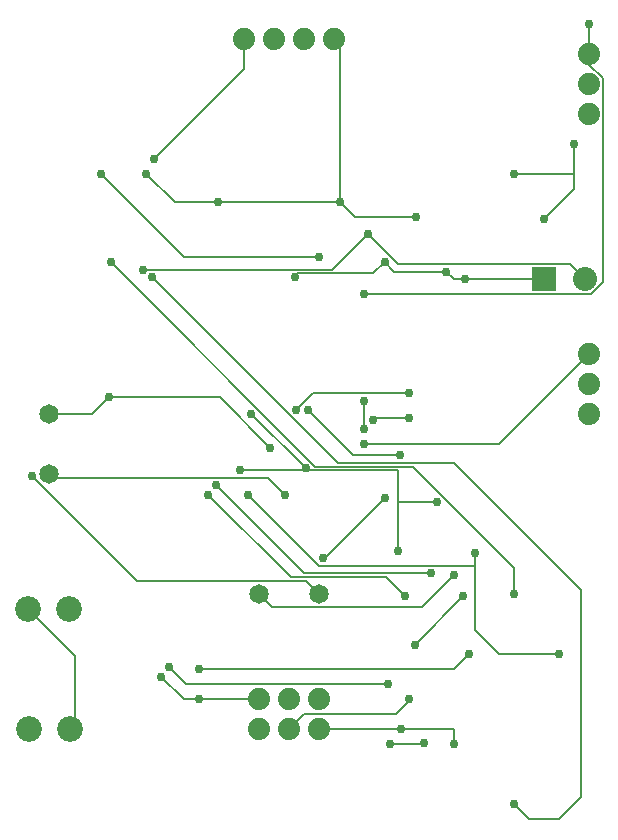
<source format=gbl>
G75*
%MOIN*%
%OFA0B0*%
%FSLAX25Y25*%
%IPPOS*%
%LPD*%
%AMOC8*
5,1,8,0,0,1.08239X$1,22.5*
%
%ADD10C,0.07400*%
%ADD11C,0.08600*%
%ADD12R,0.08000X0.08000*%
%ADD13C,0.08000*%
%ADD14C,0.06500*%
%ADD15C,0.00600*%
%ADD16C,0.02978*%
D10*
X0121300Y0086300D03*
X0121300Y0096300D03*
X0131300Y0096300D03*
X0131300Y0086300D03*
X0141300Y0086300D03*
X0141300Y0096300D03*
X0231300Y0191300D03*
X0231300Y0201300D03*
X0231300Y0211300D03*
X0231300Y0291300D03*
X0231300Y0301300D03*
X0231300Y0311300D03*
X0146300Y0316300D03*
X0136300Y0316300D03*
X0126300Y0316300D03*
X0116300Y0316300D03*
D11*
X0044607Y0086300D03*
X0058387Y0086300D03*
X0057993Y0126300D03*
X0044213Y0126300D03*
D12*
X0216300Y0236300D03*
D13*
X0230080Y0236300D03*
D14*
X0141300Y0131300D03*
X0121300Y0131300D03*
X0051300Y0171300D03*
X0051300Y0191300D03*
D15*
X0065675Y0191300D01*
X0071300Y0196925D01*
X0108175Y0196925D01*
X0125050Y0180050D01*
X0124425Y0170050D02*
X0052550Y0170050D01*
X0051300Y0171300D01*
X0045675Y0170675D02*
X0080675Y0135675D01*
X0136925Y0135675D01*
X0141300Y0131300D01*
X0136300Y0138175D02*
X0178800Y0138175D01*
X0186300Y0137550D02*
X0175675Y0126925D01*
X0125675Y0126925D01*
X0121300Y0131300D01*
X0131925Y0136925D02*
X0163800Y0136925D01*
X0170050Y0130675D01*
X0167550Y0145675D02*
X0167550Y0161925D01*
X0180675Y0161925D01*
X0186300Y0175050D02*
X0228800Y0132550D01*
X0228800Y0063800D01*
X0221300Y0056300D01*
X0211300Y0056300D01*
X0206300Y0061300D01*
X0186300Y0081300D02*
X0186300Y0086300D01*
X0168800Y0086300D01*
X0141300Y0086300D01*
X0136300Y0091300D02*
X0131300Y0086300D01*
X0136300Y0091300D02*
X0166925Y0091300D01*
X0171300Y0095675D01*
X0171300Y0096300D01*
X0164425Y0101300D02*
X0096925Y0101300D01*
X0091300Y0106925D01*
X0088800Y0103800D02*
X0096300Y0096300D01*
X0101300Y0096300D01*
X0121300Y0096300D01*
X0101300Y0106300D02*
X0186300Y0106300D01*
X0191300Y0111300D01*
X0193175Y0119425D02*
X0201300Y0111300D01*
X0221300Y0111300D01*
X0206300Y0131300D02*
X0206300Y0140050D01*
X0172550Y0173800D01*
X0140050Y0173800D01*
X0071925Y0241925D01*
X0082550Y0239425D02*
X0145675Y0239425D01*
X0157550Y0251300D01*
X0167550Y0241300D01*
X0225050Y0241300D01*
X0230050Y0236300D01*
X0230080Y0236300D01*
X0232109Y0231400D02*
X0235900Y0235191D01*
X0235900Y0303205D01*
X0231300Y0307805D01*
X0231300Y0321300D01*
X0226300Y0281300D02*
X0226300Y0271300D01*
X0206300Y0271300D01*
X0216300Y0256300D02*
X0226300Y0266300D01*
X0226300Y0271300D01*
X0216300Y0236300D02*
X0190050Y0236300D01*
X0186300Y0236300D01*
X0183800Y0238800D01*
X0166300Y0238800D01*
X0163175Y0241925D01*
X0159425Y0238175D01*
X0134425Y0238175D01*
X0133175Y0236925D01*
X0141300Y0243800D02*
X0096300Y0243800D01*
X0068800Y0271300D01*
X0083800Y0271300D02*
X0093175Y0261925D01*
X0107550Y0261925D01*
X0148175Y0261925D01*
X0153175Y0256925D01*
X0173800Y0256925D01*
X0166400Y0231400D02*
X0232109Y0231400D01*
X0231300Y0211300D02*
X0201300Y0181300D01*
X0156300Y0181300D01*
X0156300Y0186300D02*
X0156300Y0195786D01*
X0160050Y0190050D02*
X0171300Y0190050D01*
X0171300Y0198175D02*
X0139425Y0198175D01*
X0133800Y0192550D01*
X0137550Y0192550D02*
X0152550Y0177550D01*
X0168175Y0177550D01*
X0167550Y0172550D02*
X0136300Y0172550D01*
X0136925Y0173175D01*
X0118800Y0191300D01*
X0115050Y0172550D02*
X0136300Y0172550D01*
X0130050Y0164425D02*
X0124425Y0170050D01*
X0117550Y0164425D02*
X0141300Y0140675D01*
X0193175Y0140675D01*
X0193175Y0119425D01*
X0189425Y0130675D02*
X0173175Y0114425D01*
X0193175Y0140675D02*
X0193175Y0145050D01*
X0186300Y0175050D02*
X0147550Y0175050D01*
X0085675Y0236925D01*
X0086300Y0276300D02*
X0116300Y0306300D01*
X0116300Y0316300D01*
X0146300Y0316300D02*
X0148175Y0316300D01*
X0148175Y0261925D01*
X0156300Y0231300D02*
X0166300Y0231300D01*
X0166400Y0231400D01*
X0160050Y0190050D02*
X0159425Y0189425D01*
X0167550Y0172550D02*
X0167550Y0161925D01*
X0163175Y0163175D02*
X0143175Y0143175D01*
X0142550Y0143175D01*
X0136300Y0138175D02*
X0106925Y0167550D01*
X0104425Y0164425D02*
X0131925Y0136925D01*
X0165161Y0081300D02*
X0176022Y0081300D01*
X0176300Y0081578D01*
X0060050Y0086300D02*
X0058387Y0086300D01*
X0060050Y0086300D02*
X0060050Y0110675D01*
X0044425Y0126300D01*
X0044213Y0126300D01*
D16*
X0045675Y0170675D03*
X0071300Y0196925D03*
X0085675Y0236925D03*
X0082550Y0239425D03*
X0071925Y0241925D03*
X0068800Y0271300D03*
X0083800Y0271300D03*
X0086300Y0276300D03*
X0107550Y0261925D03*
X0133175Y0236925D03*
X0141300Y0243800D03*
X0148175Y0261925D03*
X0157550Y0251300D03*
X0163175Y0241925D03*
X0156300Y0231300D03*
X0173800Y0256925D03*
X0183800Y0238800D03*
X0190050Y0236300D03*
X0206300Y0271300D03*
X0216300Y0256300D03*
X0226300Y0281300D03*
X0231300Y0321300D03*
X0171300Y0198175D03*
X0171300Y0190050D03*
X0168175Y0177550D03*
X0159425Y0189425D03*
X0156300Y0186300D03*
X0156300Y0181300D03*
X0156300Y0195786D03*
X0137550Y0192550D03*
X0133800Y0192550D03*
X0125050Y0180050D03*
X0115050Y0172550D03*
X0117550Y0164425D03*
X0106925Y0167550D03*
X0104425Y0164425D03*
X0118800Y0191300D03*
X0136925Y0173175D03*
X0130050Y0164425D03*
X0142550Y0143175D03*
X0163175Y0163175D03*
X0167550Y0145675D03*
X0178800Y0138175D03*
X0186300Y0137550D03*
X0189425Y0130675D03*
X0193175Y0145050D03*
X0206300Y0131300D03*
X0191300Y0111300D03*
X0173175Y0114425D03*
X0164425Y0101300D03*
X0171300Y0096300D03*
X0168800Y0086300D03*
X0165161Y0081300D03*
X0176300Y0081578D03*
X0186300Y0081300D03*
X0206300Y0061300D03*
X0221300Y0111300D03*
X0180675Y0161925D03*
X0170050Y0130675D03*
X0101300Y0106300D03*
X0101300Y0096300D03*
X0091300Y0106925D03*
X0088800Y0103800D03*
M02*

</source>
